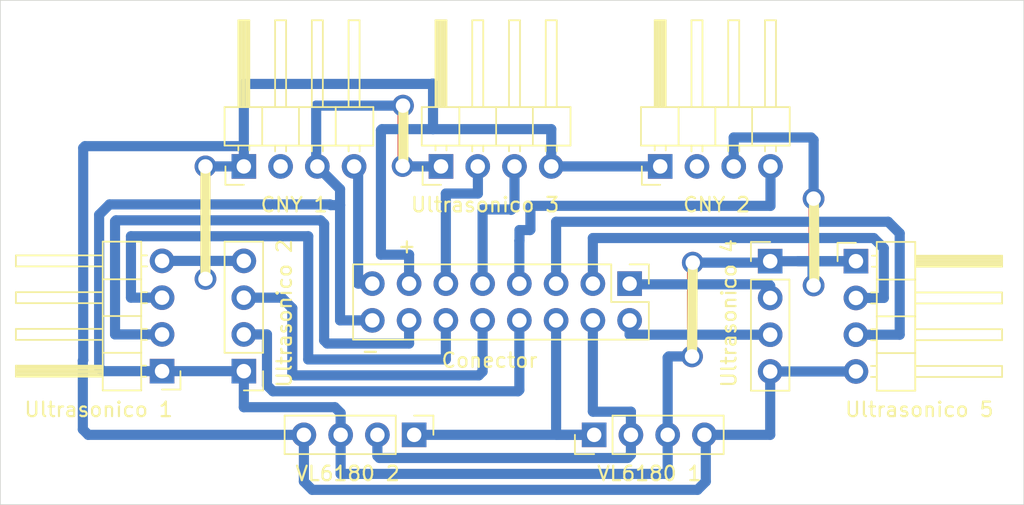
<source format=kicad_pcb>
(kicad_pcb (version 20240108) (generator "pcbnew") (generator_version "8.0")
  (layers (0 "F.Cu" signal) (31 "B.Cu" signal) (34 "B.Paste" user) (35 "F.Paste" user) (36 "B.SilkS" user "B.Silkscreen") (37 "F.SilkS" user "F.Silkscreen") (38 "B.Mask" user) (39 "F.Mask" user) (44 "Edge.Cuts" user))
  (net 0 "")
  (net 2 "GND")
  (net 3 "+5V")
  (net 5 "CNY 1")
  (net 6 "CNY 2")
  (net 7 "TRIG 3")
  (net 8 "ECHO 5")
  (net 9 "ECHO 2")
  (net 10 "TRIG 1")
  (net 11 "ECHO 1")
  (net 12 "TRIG 5")
  (net 13 "TRIG 2")
  (net 14 "ECHO 3")
  (net 15 "ECHO 4")
  (net 16 "TRIG 4")
  (net 17 "SCL")
  (net 18 "SDA")
  (footprint "Connector_PinHeader_2.54mm:PinHeader_2x08_P2.54mm_Vertical" (layer "F.Cu") (at 177.985 67.175 -90)
    (property "Reference" "Conector" (at 5.3 9.685 180) (layer "F.SilkS"))
    (property "Value" "Conexion Sensores")
    (fp_line (start -1.33 19.11) (end 3.87 19.11) (stroke (width 0.12)) (layer "F.SilkS"))
    (fp_line (start -1.33 1.27) (end -1.33 19.11) (stroke (width 0.12)) (layer "F.SilkS"))
    (fp_line (start -1.33 1.27) (end 1.27 1.27) (stroke (width 0.12)) (layer "F.SilkS"))
    (fp_line (start 1.27 1.27) (end 1.27 -1.33) (stroke (width 0.12)) (layer "F.SilkS"))
    (fp_line (start -1.33 0) (end -1.33 -1.33) (stroke (width 0.12)) (layer "F.SilkS"))
    (fp_line (start -1.33 -1.33) (end 0 -1.33) (stroke (width 0.12)) (layer "F.SilkS"))
    (fp_line (start 1.27 -1.33) (end 3.87 -1.33) (stroke (width 0.12)) (layer "F.SilkS"))
    (fp_line (start 3.87 -1.33) (end 3.87 19.11) (stroke (width 0.12)) (layer "F.SilkS"))
    (pad "1" thru_hole rect (at 0 0 270) (size 1.7 1.7) (drill 1) (layers "*.Cu" "*.Mask") (net 15 "ECHO 4"))
    (pad "2" thru_hole oval (at 2.54 0 270) (size 1.7 1.7) (drill 1) (layers "*.Cu" "*.Mask") (net 16 "TRIG 4"))
    (pad "3" thru_hole oval (at 0 2.54 270) (size 1.7 1.7) (drill 1) (layers "*.Cu" "*.Mask") (net 8 "ECHO 5"))
    (pad "4" thru_hole oval (at 2.54 2.54 270) (size 1.7 1.7) (drill 1) (layers "*.Cu" "*.Mask") (net 17 "SCL"))
    (pad "5" thru_hole oval (at 0 5.08 270) (size 1.7 1.7) (drill 1) (layers "*.Cu" "*.Mask") (net 12 "TRIG 5"))
    (pad "6" thru_hole oval (at 2.54 5.08 270) (size 1.7 1.7) (drill 1) (layers "*.Cu" "*.Mask") (net 18 "SDA"))
    (pad "7" thru_hole oval (at 0 7.62 270) (size 1.7 1.7) (drill 1) (layers "*.Cu" "*.Mask") (net 6 "CNY 2"))
    (pad "8" thru_hole oval (at 2.54 7.62 270) (size 1.7 1.7) (drill 1) (layers "*.Cu" "*.Mask") (net 9 "ECHO 2"))
    (pad "9" thru_hole oval (at 0 10.16 270) (size 1.7 1.7) (drill 1) (layers "*.Cu" "*.Mask") (net 7 "TRIG 3"))
    (pad "10" thru_hole oval (at 2.54 10.16 270) (size 1.7 1.7) (drill 1) (layers "*.Cu" "*.Mask") (net 13 "TRIG 2"))
    (pad "11" thru_hole oval (at 0 12.7 270) (size 1.7 1.7) (drill 1) (layers "*.Cu" "*.Mask") (net 14 "ECHO 3"))
    (pad "12" thru_hole oval (at 2.54 12.7 270) (size 1.7 1.7) (drill 1) (layers "*.Cu" "*.Mask") (net 10 "TRIG 1"))
    (pad "13" thru_hole oval (at 0 15.24 270) (size 1.7 1.7) (drill 1) (layers "*.Cu" "*.Mask") (net 3 "+5V"))
    (pad "14" thru_hole oval (at 2.54 15.24 270) (size 1.7 1.7) (drill 1) (layers "*.Cu" "*.Mask") (net 11 "ECHO 1"))
    (pad "15" thru_hole oval (at 0 17.78 270) (size 1.7 1.7) (drill 1) (layers "*.Cu" "*.Mask") (net 5 "CNY 1"))
    (pad "16" thru_hole oval (at 2.54 17.78 270) (size 1.7 1.7) (drill 1) (layers "*.Cu" "*.Mask") (net 2 "GND"))
  )
  (footprint "Connector_PinHeader_2.54mm:PinHeader_1x04_P2.54mm_Horizontal" (layer "F.Cu") (at 193.625 65.625)
    (property "Reference" "Ultrasonico 5" (at 4.385 10.25 0) (layer "F.SilkS"))
    (property "Value" "ULTRASONICO5")
    (fp_line (start -1.27 -1.27) (end 0 -1.27) (stroke (width 0.12)) (layer "F.SilkS"))
    (fp_line (start -1.27 0) (end -1.27 -1.27) (stroke (width 0.12)) (layer "F.SilkS"))
    (fp_line (start 1.042929 2.16) (end 1.44 2.16) (stroke (width 0.12)) (layer "F.SilkS"))
    (fp_line (start 1.042929 2.92) (end 1.44 2.92) (stroke (width 0.12)) (layer "F.SilkS"))
    (fp_line (start 1.042929 4.7) (end 1.44 4.7) (stroke (width 0.12)) (layer "F.SilkS"))
    (fp_line (start 1.042929 5.46) (end 1.44 5.46) (stroke (width 0.12)) (layer "F.SilkS"))
    (fp_line (start 1.042929 7.24) (end 1.44 7.24) (stroke (width 0.12)) (layer "F.SilkS"))
    (fp_line (start 1.042929 8) (end 1.44 8) (stroke (width 0.12)) (layer "F.SilkS"))
    (fp_line (start 1.11 -0.38) (end 1.44 -0.38) (stroke (width 0.12)) (layer "F.SilkS"))
    (fp_line (start 1.11 0.38) (end 1.44 0.38) (stroke (width 0.12)) (layer "F.SilkS"))
    (fp_line (start 1.44 -1.33) (end 1.44 8.95) (stroke (width 0.12)) (layer "F.SilkS"))
    (fp_line (start 1.44 1.27) (end 4.1 1.27) (stroke (width 0.12)) (layer "F.SilkS"))
    (fp_line (start 1.44 3.81) (end 4.1 3.81) (stroke (width 0.12)) (layer "F.SilkS"))
    (fp_line (start 1.44 6.35) (end 4.1 6.35) (stroke (width 0.12)) (layer "F.SilkS"))
    (fp_line (start 1.44 8.95) (end 4.1 8.95) (stroke (width 0.12)) (layer "F.SilkS"))
    (fp_line (start 4.1 -1.33) (end 1.44 -1.33) (stroke (width 0.12)) (layer "F.SilkS"))
    (fp_line (start 4.1 -0.38) (end 10.1 -0.38) (stroke (width 0.12)) (layer "F.SilkS"))
    (fp_line (start 4.1 -0.32) (end 10.1 -0.32) (stroke (width 0.12)) (layer "F.SilkS"))
    (fp_line (start 4.1 -0.2) (end 10.1 -0.2) (stroke (width 0.12)) (layer "F.SilkS"))
    (fp_line (start 4.1 -0.08) (end 10.1 -0.08) (stroke (width 0.12)) (layer "F.SilkS"))
    (fp_line (start 4.1 0.04) (end 10.1 0.04) (stroke (width 0.12)) (layer "F.SilkS"))
    (fp_line (start 4.1 0.16) (end 10.1 0.16) (stroke (width 0.12)) (layer "F.SilkS"))
    (fp_line (start 4.1 0.28) (end 10.1 0.28) (stroke (width 0.12)) (layer "F.SilkS"))
    (fp_line (start 4.1 2.16) (end 10.1 2.16) (stroke (width 0.12)) (layer "F.SilkS"))
    (fp_line (start 4.1 4.7) (end 10.1 4.7) (stroke (width 0.12)) (layer "F.SilkS"))
    (fp_line (start 4.1 7.24) (end 10.1 7.24) (stroke (width 0.12)) (layer "F.SilkS"))
    (fp_line (start 4.1 8.95) (end 4.1 -1.33) (stroke (width 0.12)) (layer "F.SilkS"))
    (fp_line (start 10.1 -0.38) (end 10.1 0.38) (stroke (width 0.12)) (layer "F.SilkS"))
    (fp_line (start 10.1 0.38) (end 4.1 0.38) (stroke (width 0.12)) (layer "F.SilkS"))
    (fp_line (start 10.1 2.16) (end 10.1 2.92) (stroke (width 0.12)) (layer "F.SilkS"))
    (fp_line (start 10.1 2.92) (end 4.1 2.92) (stroke (width 0.12)) (layer "F.SilkS"))
    (fp_line (start 10.1 4.7) (end 10.1 5.46) (stroke (width 0.12)) (layer "F.SilkS"))
    (fp_line (start 10.1 5.46) (end 4.1 5.46) (stroke (width 0.12)) (layer "F.SilkS"))
    (fp_line (start 10.1 7.24) (end 10.1 8) (stroke (width 0.12)) (layer "F.SilkS"))
    (fp_line (start 10.1 8) (end 4.1 8) (stroke (width 0.12)) (layer "F.SilkS"))
    (pad "1" thru_hole rect (at 0 0) (size 1.7 1.7) (drill 1) (layers "*.Cu" "*.Mask") (net 2 "GND"))
    (pad "2" thru_hole oval (at 0 2.54) (size 1.7 1.7) (drill 1) (layers "*.Cu" "*.Mask") (net 8 "ECHO 5"))
    (pad "3" thru_hole oval (at 0 5.08) (size 1.7 1.7) (drill 1) (layers "*.Cu" "*.Mask") (net 12 "TRIG 5"))
    (pad "4" thru_hole oval (at 0 7.62) (size 1.7 1.7) (drill 1) (layers "*.Cu" "*.Mask") (net 3 "+5V"))
  )
  (footprint "Connector_PinHeader_2.54mm:PinHeader_1x04_P2.54mm_Vertical" (layer "F.Cu") (at 163.095 77.625 -90)
    (property "Reference" "VL6180 2" (at 2.675 4.595 180) (layer "F.SilkS"))
    (property "Value" "VL6180 2")
    (fp_line (start -1.33 8.95) (end 1.33 8.95) (stroke (width 0.12)) (layer "F.SilkS"))
    (fp_line (start -1.33 1.27) (end -1.33 8.95) (stroke (width 0.12)) (layer "F.SilkS"))
    (fp_line (start -1.33 1.27) (end 1.33 1.27) (stroke (width 0.12)) (layer "F.SilkS"))
    (fp_line (start 1.33 1.27) (end 1.33 8.95) (stroke (width 0.12)) (layer "F.SilkS"))
    (fp_line (start -1.33 0) (end -1.33 -1.33) (stroke (width 0.12)) (layer "F.SilkS"))
    (fp_line (start -1.33 -1.33) (end 0 -1.33) (stroke (width 0.12)) (layer "F.SilkS"))
    (pad "1" thru_hole rect (at 0 0 270) (size 1.7 1.7) (drill 1) (layers "*.Cu" "*.Mask") (net 18 "SDA"))
    (pad "2" thru_hole oval (at 0 2.54 270) (size 1.7 1.7) (drill 1) (layers "*.Cu" "*.Mask") (net 17 "SCL"))
    (pad "3" thru_hole oval (at 0 5.08 270) (size 1.7 1.7) (drill 1) (layers "*.Cu" "*.Mask") (net 2 "GND"))
    (pad "4" thru_hole oval (at 0 7.62 270) (size 1.7 1.7) (drill 1) (layers "*.Cu" "*.Mask") (net 3 "+5V"))
  )
  (footprint "Connector_PinHeader_2.54mm:PinHeader_1x04_P2.54mm_Horizontal" (layer "F.Cu") (at 145.675 73.225 180)
    (property "Reference" "Ultrasonico 1" (at 4.385 -2.65 180) (layer "F.SilkS"))
    (property "Value" "ULTRASONICO1")
    (fp_line (start 10.1 8) (end 4.1 8) (stroke (width 0.12)) (layer "F.SilkS"))
    (fp_line (start 10.1 7.24) (end 10.1 8) (stroke (width 0.12)) (layer "F.SilkS"))
    (fp_line (start 10.1 5.46) (end 4.1 5.46) (stroke (width 0.12)) (layer "F.SilkS"))
    (fp_line (start 10.1 4.7) (end 10.1 5.46) (stroke (width 0.12)) (layer "F.SilkS"))
    (fp_line (start 10.1 2.92) (end 4.1 2.92) (stroke (width 0.12)) (layer "F.SilkS"))
    (fp_line (start 10.1 2.16) (end 10.1 2.92) (stroke (width 0.12)) (layer "F.SilkS"))
    (fp_line (start 10.1 0.38) (end 4.1 0.38) (stroke (width 0.12)) (layer "F.SilkS"))
    (fp_line (start 10.1 -0.38) (end 10.1 0.38) (stroke (width 0.12)) (layer "F.SilkS"))
    (fp_line (start 4.1 8.95) (end 4.1 -1.33) (stroke (width 0.12)) (layer "F.SilkS"))
    (fp_line (start 4.1 7.24) (end 10.1 7.24) (stroke (width 0.12)) (layer "F.SilkS"))
    (fp_line (start 4.1 4.7) (end 10.1 4.7) (stroke (width 0.12)) (layer "F.SilkS"))
    (fp_line (start 4.1 2.16) (end 10.1 2.16) (stroke (width 0.12)) (layer "F.SilkS"))
    (fp_line (start 4.1 0.28) (end 10.1 0.28) (stroke (width 0.12)) (layer "F.SilkS"))
    (fp_line (start 4.1 0.16) (end 10.1 0.16) (stroke (width 0.12)) (layer "F.SilkS"))
    (fp_line (start 4.1 0.04) (end 10.1 0.04) (stroke (width 0.12)) (layer "F.SilkS"))
    (fp_line (start 4.1 -0.08) (end 10.1 -0.08) (stroke (width 0.12)) (layer "F.SilkS"))
    (fp_line (start 4.1 -0.2) (end 10.1 -0.2) (stroke (width 0.12)) (layer "F.SilkS"))
    (fp_line (start 4.1 -0.32) (end 10.1 -0.32) (stroke (width 0.12)) (layer "F.SilkS"))
    (fp_line (start 4.1 -0.38) (end 10.1 -0.38) (stroke (width 0.12)) (layer "F.SilkS"))
    (fp_line (start 4.1 -1.33) (end 1.44 -1.33) (stroke (width 0.12)) (layer "F.SilkS"))
    (fp_line (start 1.44 8.95) (end 4.1 8.95) (stroke (width 0.12)) (layer "F.SilkS"))
    (fp_line (start 1.44 6.35) (end 4.1 6.35) (stroke (width 0.12)) (layer "F.SilkS"))
    (fp_line (start 1.44 3.81) (end 4.1 3.81) (stroke (width 0.12)) (layer "F.SilkS"))
    (fp_line (start 1.44 1.27) (end 4.1 1.27) (stroke (width 0.12)) (layer "F.SilkS"))
    (fp_line (start 1.44 -1.33) (end 1.44 8.95) (stroke (width 0.12)) (layer "F.SilkS"))
    (fp_line (start 1.11 0.38) (end 1.44 0.38) (stroke (width 0.12)) (layer "F.SilkS"))
    (fp_line (start 1.11 -0.38) (end 1.44 -0.38) (stroke (width 0.12)) (layer "F.SilkS"))
    (fp_line (start 1.042929 8) (end 1.44 8) (stroke (width 0.12)) (layer "F.SilkS"))
    (fp_line (start 1.042929 7.24) (end 1.44 7.24) (stroke (width 0.12)) (layer "F.SilkS"))
    (fp_line (start 1.042929 5.46) (end 1.44 5.46) (stroke (width 0.12)) (layer "F.SilkS"))
    (fp_line (start 1.042929 4.7) (end 1.44 4.7) (stroke (width 0.12)) (layer "F.SilkS"))
    (fp_line (start 1.042929 2.92) (end 1.44 2.92) (stroke (width 0.12)) (layer "F.SilkS"))
    (fp_line (start 1.042929 2.16) (end 1.44 2.16) (stroke (width 0.12)) (layer "F.SilkS"))
    (fp_line (start -1.27 0) (end -1.27 -1.27) (stroke (width 0.12)) (layer "F.SilkS"))
    (fp_line (start -1.27 -1.27) (end 0 -1.27) (stroke (width 0.12)) (layer "F.SilkS"))
    (pad "1" thru_hole rect (at 0 0 180) (size 1.7 1.7) (drill 1) (layers "*.Cu" "*.Mask") (net 2 "GND"))
    (pad "2" thru_hole oval (at 0 2.54 180) (size 1.7 1.7) (drill 1) (layers "*.Cu" "*.Mask") (net 11 "ECHO 1"))
    (pad "3" thru_hole oval (at 0 5.08 180) (size 1.7 1.7) (drill 1) (layers "*.Cu" "*.Mask") (net 10 "TRIG 1"))
    (pad "4" thru_hole oval (at 0 7.62 180) (size 1.7 1.7) (drill 1) (layers "*.Cu" "*.Mask") (net 3 "+5V"))
  )
  (footprint "Connector_PinHeader_2.54mm:PinHeader_1x04_P2.54mm_Horizontal" (layer "F.Cu") (at 164.95 59.075 90)
    (property "Reference" "Ultrasonico 3" (at -2.65 3.05 0) (layer "F.SilkS"))
    (property "Value" "ULTRASONICO3")
    (fp_line (start 4.1 -1.33) (end 1.44 -1.33) (stroke (width 0.12)) (layer "F.SilkS"))
    (fp_line (start 1.44 -1.33) (end 1.44 8.95) (stroke (width 0.12)) (layer "F.SilkS"))
    (fp_line (start -1.27 -1.27) (end 0 -1.27) (stroke (width 0.12)) (layer "F.SilkS"))
    (fp_line (start 10.1 -0.38) (end 10.1 0.38) (stroke (width 0.12)) (layer "F.SilkS"))
    (fp_line (start 4.1 -0.38) (end 10.1 -0.38) (stroke (width 0.12)) (layer "F.SilkS"))
    (fp_line (start 1.11 -0.38) (end 1.44 -0.38) (stroke (width 0.12)) (layer "F.SilkS"))
    (fp_line (start 4.1 -0.32) (end 10.1 -0.32) (stroke (width 0.12)) (layer "F.SilkS"))
    (fp_line (start 4.1 -0.2) (end 10.1 -0.2) (stroke (width 0.12)) (layer "F.SilkS"))
    (fp_line (start 4.1 -0.08) (end 10.1 -0.08) (stroke (width 0.12)) (layer "F.SilkS"))
    (fp_line (start -1.27 0) (end -1.27 -1.27) (stroke (width 0.12)) (layer "F.SilkS"))
    (fp_line (start 4.1 0.04) (end 10.1 0.04) (stroke (width 0.12)) (layer "F.SilkS"))
    (fp_line (start 4.1 0.16) (end 10.1 0.16) (stroke (width 0.12)) (layer "F.SilkS"))
    (fp_line (start 4.1 0.28) (end 10.1 0.28) (stroke (width 0.12)) (layer "F.SilkS"))
    (fp_line (start 10.1 0.38) (end 4.1 0.38) (stroke (width 0.12)) (layer "F.SilkS"))
    (fp_line (start 1.11 0.38) (end 1.44 0.38) (stroke (width 0.12)) (layer "F.SilkS"))
    (fp_line (start 1.44 1.27) (end 4.1 1.27) (stroke (width 0.12)) (layer "F.SilkS"))
    (fp_line (start 10.1 2.16) (end 10.1 2.92) (stroke (width 0.12)) (layer "F.SilkS"))
    (fp_line (start 4.1 2.16) (end 10.1 2.16) (stroke (width 0.12)) (layer "F.SilkS"))
    (fp_line (start 1.042929 2.16) (end 1.44 2.16) (stroke (width 0.12)) (layer "F.SilkS"))
    (fp_line (start 10.1 2.92) (end 4.1 2.92) (stroke (width 0.12)) (layer "F.SilkS"))
    (fp_line (start 1.042929 2.92) (end 1.44 2.92) (stroke (width 0.12)) (layer "F.SilkS"))
    (fp_line (start 1.44 3.81) (end 4.1 3.81) (stroke (width 0.12)) (layer "F.SilkS"))
    (fp_line (start 10.1 4.7) (end 10.1 5.46) (stroke (width 0.12)) (layer "F.SilkS"))
    (fp_line (start 4.1 4.7) (end 10.1 4.7) (stroke (width 0.12)) (layer "F.SilkS"))
    (fp_line (start 1.042929 4.7) (end 1.44 4.7) (stroke (width 0.12)) (layer "F.SilkS"))
    (fp_line (start 10.1 5.46) (end 4.1 5.46) (stroke (width 0.12)) (layer "F.SilkS"))
    (fp_line (start 1.042929 5.46) (end 1.44 5.46) (stroke (width 0.12)) (layer "F.SilkS"))
    (fp_line (start 1.44 6.35) (end 4.1 6.35) (stroke (width 0.12)) (layer "F.SilkS"))
    (fp_line (start 10.1 7.24) (end 10.1 8) (stroke (width 0.12)) (layer "F.SilkS"))
    (fp_line (start 4.1 7.24) (end 10.1 7.24) (stroke (width 0.12)) (layer "F.SilkS"))
    (fp_line (start 1.042929 7.24) (end 1.44 7.24) (stroke (width 0.12)) (layer "F.SilkS"))
    (fp_line (start 10.1 8) (end 4.1 8) (stroke (width 0.12)) (layer "F.SilkS"))
    (fp_line (start 1.042929 8) (end 1.44 8) (stroke (width 0.12)) (layer "F.SilkS"))
    (fp_line (start 4.1 8.95) (end 4.1 -1.33) (stroke (width 0.12)) (layer "F.SilkS"))
    (fp_line (start 1.44 8.95) (end 4.1 8.95) (stroke (width 0.12)) (layer "F.SilkS"))
    (pad "1" thru_hole rect (at 0 0 90) (size 1.7 1.7) (drill 1) (layers "*.Cu" "*.Mask") (net 2 "GND"))
    (pad "2" thru_hole oval (at 0 2.54 90) (size 1.7 1.7) (drill 1) (layers "*.Cu" "*.Mask") (net 14 "ECHO 3"))
    (pad "3" thru_hole oval (at 0 5.08 90) (size 1.7 1.7) (drill 1) (layers "*.Cu" "*.Mask") (net 7 "TRIG 3"))
    (pad "4" thru_hole oval (at 0 7.62 90) (size 1.7 1.7) (drill 1) (layers "*.Cu" "*.Mask") (net 3 "+5V"))
  )
  (footprint "Connector_PinHeader_2.54mm:PinHeader_1x04_P2.54mm_Horizontal" (layer "F.Cu") (at 180.1 59.075 90)
    (property "Reference" "CNY 2" (at -2.65 3.9 180) (layer "F.SilkS"))
    (property "Value" "CNY2")
    (fp_line (start 4.1 -1.33) (end 1.44 -1.33) (stroke (width 0.12)) (layer "F.SilkS"))
    (fp_line (start 1.44 -1.33) (end 1.44 8.95) (stroke (width 0.12)) (layer "F.SilkS"))
    (fp_line (start -1.27 -1.27) (end 0 -1.27) (stroke (width 0.12)) (layer "F.SilkS"))
    (fp_line (start 10.1 -0.38) (end 10.1 0.38) (stroke (width 0.12)) (layer "F.SilkS"))
    (fp_line (start 4.1 -0.38) (end 10.1 -0.38) (stroke (width 0.12)) (layer "F.SilkS"))
    (fp_line (start 1.11 -0.38) (end 1.44 -0.38) (stroke (width 0.12)) (layer "F.SilkS"))
    (fp_line (start 4.1 -0.32) (end 10.1 -0.32) (stroke (width 0.12)) (layer "F.SilkS"))
    (fp_line (start 4.1 -0.2) (end 10.1 -0.2) (stroke (width 0.12)) (layer "F.SilkS"))
    (fp_line (start 4.1 -0.08) (end 10.1 -0.08) (stroke (width 0.12)) (layer "F.SilkS"))
    (fp_line (start -1.27 0) (end -1.27 -1.27) (stroke (width 0.12)) (layer "F.SilkS"))
    (fp_line (start 4.1 0.04) (end 10.1 0.04) (stroke (width 0.12)) (layer "F.SilkS"))
    (fp_line (start 4.1 0.16) (end 10.1 0.16) (stroke (width 0.12)) (layer "F.SilkS"))
    (fp_line (start 4.1 0.28) (end 10.1 0.28) (stroke (width 0.12)) (layer "F.SilkS"))
    (fp_line (start 10.1 0.38) (end 4.1 0.38) (stroke (width 0.12)) (layer "F.SilkS"))
    (fp_line (start 1.11 0.38) (end 1.44 0.38) (stroke (width 0.12)) (layer "F.SilkS"))
    (fp_line (start 1.44 1.27) (end 4.1 1.27) (stroke (width 0.12)) (layer "F.SilkS"))
    (fp_line (start 10.1 2.16) (end 10.1 2.92) (stroke (width 0.12)) (layer "F.SilkS"))
    (fp_line (start 4.1 2.16) (end 10.1 2.16) (stroke (width 0.12)) (layer "F.SilkS"))
    (fp_line (start 1.042929 2.16) (end 1.44 2.16) (stroke (width 0.12)) (layer "F.SilkS"))
    (fp_line (start 10.1 2.92) (end 4.1 2.92) (stroke (width 0.12)) (layer "F.SilkS"))
    (fp_line (start 1.042929 2.92) (end 1.44 2.92) (stroke (width 0.12)) (layer "F.SilkS"))
    (fp_line (start 1.44 3.81) (end 4.1 3.81) (stroke (width 0.12)) (layer "F.SilkS"))
    (fp_line (start 10.1 4.7) (end 10.1 5.46) (stroke (width 0.12)) (layer "F.SilkS"))
    (fp_line (start 4.1 4.7) (end 10.1 4.7) (stroke (width 0.12)) (layer "F.SilkS"))
    (fp_line (start 1.042929 4.7) (end 1.44 4.7) (stroke (width 0.12)) (layer "F.SilkS"))
    (fp_line (start 10.1 5.46) (end 4.1 5.46) (stroke (width 0.12)) (layer "F.SilkS"))
    (fp_line (start 1.042929 5.46) (end 1.44 5.46) (stroke (width 0.12)) (layer "F.SilkS"))
    (fp_line (start 1.44 6.35) (end 4.1 6.35) (stroke (width 0.12)) (layer "F.SilkS"))
    (fp_line (start 10.1 7.24) (end 10.1 8) (stroke (width 0.12)) (layer "F.SilkS"))
    (fp_line (start 4.1 7.24) (end 10.1 7.24) (stroke (width 0.12)) (layer "F.SilkS"))
    (fp_line (start 1.042929 7.24) (end 1.44 7.24) (stroke (width 0.12)) (layer "F.SilkS"))
    (fp_line (start 10.1 8) (end 4.1 8) (stroke (width 0.12)) (layer "F.SilkS"))
    (fp_line (start 1.042929 8) (end 1.44 8) (stroke (width 0.12)) (layer "F.SilkS"))
    (fp_line (start 4.1 8.95) (end 4.1 -1.33) (stroke (width 0.12)) (layer "F.SilkS"))
    (fp_line (start 1.44 8.95) (end 4.1 8.95) (stroke (width 0.12)) (layer "F.SilkS"))
    (pad "1" thru_hole rect (at 0 0 90) (size 1.7 1.7) (drill 1) (layers "*.Cu" "*.Mask") (net 3 "+5V"))
    (pad "2" thru_hole oval (at 0 2.54 90) (size 1.7 1.7) (drill 1) (layers "*.Cu" "*.Mask"))
    (pad "3" thru_hole oval (at 0 5.08 90) (size 1.7 1.7) (drill 1) (layers "*.Cu" "*.Mask") (net 2 "GND"))
    (pad "4" thru_hole oval (at 0 7.62 90) (size 1.7 1.7) (drill 1) (layers "*.Cu" "*.Mask") (net 6 "CNY 2"))
  )
  (footprint "Connector_PinHeader_2.54mm:PinHeader_1x04_P2.54mm_Vertical" (layer "F.Cu") (at 151.325 73.225 180)
    (property "Reference" "Ultrasonico 2" (at -2.8 4 -90) (layer "F.SilkS"))
    (property "Value" "ULTRASONICO2")
    (fp_line (start 1.33 1.27) (end 1.33 8.95) (stroke (width 0.12)) (layer "F.SilkS"))
    (fp_line (start -1.33 8.95) (end 1.33 8.95) (stroke (width 0.12)) (layer "F.SilkS"))
    (fp_line (start -1.33 1.27) (end 1.33 1.27) (stroke (width 0.12)) (layer "F.SilkS"))
    (fp_line (start -1.33 1.27) (end -1.33 8.95) (stroke (width 0.12)) (layer "F.SilkS"))
    (fp_line (start -1.33 0) (end -1.33 -1.33) (stroke (width 0.12)) (layer "F.SilkS"))
    (fp_line (start -1.33 -1.33) (end 0 -1.33) (stroke (width 0.12)) (layer "F.SilkS"))
    (pad "1" thru_hole rect (at 0 0 180) (size 1.7 1.7) (drill 1) (layers "*.Cu" "*.Mask") (net 2 "GND"))
    (pad "2" thru_hole oval (at 0 2.54 180) (size 1.7 1.7) (drill 1) (layers "*.Cu" "*.Mask") (net 9 "ECHO 2"))
    (pad "3" thru_hole oval (at 0 5.08 180) (size 1.7 1.7) (drill 1) (layers "*.Cu" "*.Mask") (net 13 "TRIG 2"))
    (pad "4" thru_hole oval (at 0 7.62 180) (size 1.7 1.7) (drill 1) (layers "*.Cu" "*.Mask") (net 3 "+5V"))
  )
  (footprint "Connector_PinHeader_2.54mm:PinHeader_1x04_P2.54mm_Vertical" (layer "F.Cu") (at 187.7 65.625)
    (property "Reference" "Ultrasonico 4" (at -2.85 3.6 -90) (layer "F.SilkS"))
    (property "Value" "ULTRASONICO4")
    (fp_line (start -1.33 -1.33) (end 0 -1.33) (stroke (width 0.12)) (layer "F.SilkS"))
    (fp_line (start -1.33 0) (end -1.33 -1.33) (stroke (width 0.12)) (layer "F.SilkS"))
    (fp_line (start -1.33 1.27) (end -1.33 8.95) (stroke (width 0.12)) (layer "F.SilkS"))
    (fp_line (start -1.33 1.27) (end 1.33 1.27) (stroke (width 0.12)) (layer "F.SilkS"))
    (fp_line (start -1.33 8.95) (end 1.33 8.95) (stroke (width 0.12)) (layer "F.SilkS"))
    (fp_line (start 1.33 1.27) (end 1.33 8.95) (stroke (width 0.12)) (layer "F.SilkS"))
    (pad "1" thru_hole rect (at 0 0) (size 1.7 1.7) (drill 1) (layers "*.Cu" "*.Mask") (net 2 "GND"))
    (pad "2" thru_hole oval (at 0 2.54) (size 1.7 1.7) (drill 1) (layers "*.Cu" "*.Mask") (net 15 "ECHO 4"))
    (pad "3" thru_hole oval (at 0 5.08) (size 1.7 1.7) (drill 1) (layers "*.Cu" "*.Mask") (net 16 "TRIG 4"))
    (pad "4" thru_hole oval (at 0 7.62) (size 1.7 1.7) (drill 1) (layers "*.Cu" "*.Mask") (net 3 "+5V"))
  )
  (footprint "Connector_PinHeader_2.54mm:PinHeader_1x04_P2.54mm_Horizontal" (layer "F.Cu") (at 151.325 59.075 90)
    (property "Reference" "CNY 1" (at -2.65 3.475 0) (layer "F.SilkS"))
    (property "Value" "CNY1")
    (fp_line (start 4.1 -1.33) (end 1.44 -1.33) (stroke (width 0.12)) (layer "F.SilkS"))
    (fp_line (start 1.44 -1.33) (end 1.44 8.95) (stroke (width 0.12)) (layer "F.SilkS"))
    (fp_line (start -1.27 -1.27) (end 0 -1.27) (stroke (width 0.12)) (layer "F.SilkS"))
    (fp_line (start 10.1 -0.38) (end 10.1 0.38) (stroke (width 0.12)) (layer "F.SilkS"))
    (fp_line (start 4.1 -0.38) (end 10.1 -0.38) (stroke (width 0.12)) (layer "F.SilkS"))
    (fp_line (start 1.11 -0.38) (end 1.44 -0.38) (stroke (width 0.12)) (layer "F.SilkS"))
    (fp_line (start 4.1 -0.32) (end 10.1 -0.32) (stroke (width 0.12)) (layer "F.SilkS"))
    (fp_line (start 4.1 -0.2) (end 10.1 -0.2) (stroke (width 0.12)) (layer "F.SilkS"))
    (fp_line (start 4.1 -0.08) (end 10.1 -0.08) (stroke (width 0.12)) (layer "F.SilkS"))
    (fp_line (start -1.27 0) (end -1.27 -1.27) (stroke (width 0.12)) (layer "F.SilkS"))
    (fp_line (start 4.1 0.04) (end 10.1 0.04) (stroke (width 0.12)) (layer "F.SilkS"))
    (fp_line (start 4.1 0.16) (end 10.1 0.16) (stroke (width 0.12)) (layer "F.SilkS"))
    (fp_line (start 4.1 0.28) (end 10.1 0.28) (stroke (width 0.12)) (layer "F.SilkS"))
    (fp_line (start 10.1 0.38) (end 4.1 0.38) (stroke (width 0.12)) (layer "F.SilkS"))
    (fp_line (start 1.11 0.38) (end 1.44 0.38) (stroke (width 0.12)) (layer "F.SilkS"))
    (fp_line (start 1.44 1.27) (end 4.1 1.27) (stroke (width 0.12)) (layer "F.SilkS"))
    (fp_line (start 10.1 2.16) (end 10.1 2.92) (stroke (width 0.12)) (layer "F.SilkS"))
    (fp_line (start 4.1 2.16) (end 10.1 2.16) (stroke (width 0.12)) (layer "F.SilkS"))
    (fp_line (start 1.042929 2.16) (end 1.44 2.16) (stroke (width 0.12)) (layer "F.SilkS"))
    (fp_line (start 10.1 2.92) (end 4.1 2.92) (stroke (width 0.12)) (layer "F.SilkS"))
    (fp_line (start 1.042929 2.92) (end 1.44 2.92) (stroke (width 0.12)) (layer "F.SilkS"))
    (fp_line (start 1.44 3.81) (end 4.1 3.81) (stroke (width 0.12)) (layer "F.SilkS"))
    (fp_line (start 10.1 4.7) (end 10.1 5.46) (stroke (width 0.12)) (layer "F.SilkS"))
    (fp_line (start 4.1 4.7) (end 10.1 4.7) (stroke (width 0.12)) (layer "F.SilkS"))
    (fp_line (start 1.042929 4.7) (end 1.44 4.7) (stroke (width 0.12)) (layer "F.SilkS"))
    (fp_line (start 10.1 5.46) (end 4.1 5.46) (stroke (width 0.12)) (layer "F.SilkS"))
    (fp_line (start 1.042929 5.46) (end 1.44 5.46) (stroke (width 0.12)) (layer "F.SilkS"))
    (fp_line (start 1.44 6.35) (end 4.1 6.35) (stroke (width 0.12)) (layer "F.SilkS"))
    (fp_line (start 10.1 7.24) (end 10.1 8) (stroke (width 0.12)) (layer "F.SilkS"))
    (fp_line (start 4.1 7.24) (end 10.1 7.24) (stroke (width 0.12)) (layer "F.SilkS"))
    (fp_line (start 1.042929 7.24) (end 1.44 7.24) (stroke (width 0.12)) (layer "F.SilkS"))
    (fp_line (start 10.1 8) (end 4.1 8) (stroke (width 0.12)) (layer "F.SilkS"))
    (fp_line (start 1.042929 8) (end 1.44 8) (stroke (width 0.12)) (layer "F.SilkS"))
    (fp_line (start 4.1 8.95) (end 4.1 -1.33) (stroke (width 0.12)) (layer "F.SilkS"))
    (fp_line (start 1.44 8.95) (end 4.1 8.95) (stroke (width 0.12)) (layer "F.SilkS"))
    (pad "1" thru_hole rect (at 0 0 90) (size 1.7 1.7) (drill 1) (layers "*.Cu" "*.Mask") (net 3 "+5V"))
    (pad "2" thru_hole oval (at 0 2.54 90) (size 1.7 1.7) (drill 1) (layers "*.Cu" "*.Mask"))
    (pad "3" thru_hole oval (at 0 5.08 90) (size 1.7 1.7) (drill 1) (layers "*.Cu" "*.Mask") (net 2 "GND"))
    (pad "4" thru_hole oval (at 0 7.62 90) (size 1.7 1.7) (drill 1) (layers "*.Cu" "*.Mask") (net 5 "CNY 1"))
  )
  (footprint "Connector_PinHeader_2.54mm:PinHeader_1x04_P2.54mm_Vertical" (layer "F.Cu") (at 175.535 77.625 90)
    (property "Reference" "VL6180 1" (at -2.675 3.815 0) (layer "F.SilkS"))
    (property "Value" "VL6180 1")
    (fp_line (start -1.33 -1.33) (end 0 -1.33) (stroke (width 0.12)) (layer "F.SilkS"))
    (fp_line (start -1.33 0) (end -1.33 -1.33) (stroke (width 0.12)) (layer "F.SilkS"))
    (fp_line (start 1.33 1.27) (end 1.33 8.95) (stroke (width 0.12)) (layer "F.SilkS"))
    (fp_line (start -1.33 1.27) (end 1.33 1.27) (stroke (width 0.12)) (layer "F.SilkS"))
    (fp_line (start -1.33 1.27) (end -1.33 8.95) (stroke (width 0.12)) (layer "F.SilkS"))
    (fp_line (start -1.33 8.95) (end 1.33 8.95) (stroke (width 0.12)) (layer "F.SilkS"))
    (pad "1" thru_hole rect (at 0 0 90) (size 1.7 1.7) (drill 1) (layers "*.Cu" "*.Mask") (net 18 "SDA"))
    (pad "2" thru_hole oval (at 0 2.54 90) (size 1.7 1.7) (drill 1) (layers "*.Cu" "*.Mask") (net 17 "SCL"))
    (pad "3" thru_hole oval (at 0 5.08 90) (size 1.7 1.7) (drill 1) (layers "*.Cu" "*.Mask") (net 2 "GND"))
    (pad "4" thru_hole oval (at 0 7.62 90) (size 1.7 1.7) (drill 1) (layers "*.Cu" "*.Mask") (net 3 "+5V"))
  )
  (gr_line (start 162.35 59.0625) (end 162.35 54.75) (stroke (width 0.7)) (layer "F.SilkS"))
  (gr_line (start 182.3 72.3) (end 182.35 65.65) (stroke (width 0.7)) (layer "F.SilkS"))
  (gr_line (start 190.75 67.3375) (end 190.725 61.225) (stroke (width 0.7)) (layer "F.SilkS"))
  (gr_line (start 148.675 66.925) (end 148.675 59.15) (stroke (width 0.7)) (layer "F.SilkS"))
  (gr_rect (start 134.5 47.6) (end 205.225 82.45) (stroke (width 0.05)) (fill none) (layer "Edge.Cuts"))
  (gr_text "-" (at 159.35 72.4 0) (layer "F.SilkS") (effects (font (size 1 1)) (justify left bottom)))
  (gr_text "+" (at 161.875 65.15 0) (layer "F.SilkS") (effects (font (size 1 1)) (justify left bottom)))
  (segment (start 190.7 67.3) (end 190.7 61.3) (width 0.7) (layer "F.Cu") (net 2))
  (segment (start 182.3 65.775) (end 182.35 65.725) (width 0.7) (layer "F.Cu") (net 2))
  (segment (start 182.3 72.205) (end 182.3 65.775) (width 0.7) (layer "F.Cu") (net 2))
  (segment (start 162.3 54.9) (end 162.325 54.875) (width 0.7) (layer "F.Cu") (net 2))
  (segment (start 162.3 59.05) (end 162.3 54.9) (width 0.7) (layer "F.Cu") (net 2))
  (via (at 190.7 67.3) (size 1.5) (drill 1) (layers "F.Cu" "B.Cu") (net 2))
  (via (at 162.325 54.875) (size 1.5) (drill 1) (layers "F.Cu" "B.Cu") (net 2))
  (via (at 182.35 65.725) (size 1.5) (drill 1) (layers "F.Cu" "B.Cu") (net 2))
  (via (at 190.7 61.3) (size 1.5) (drill 1) (layers "F.Cu" "B.Cu") (net 2))
  (via (at 162.3 59.05) (size 1.5) (drill 1) (layers "F.Cu" "B.Cu") (net 2))
  (via (at 182.3 72.205) (size 1.5) (drill 1) (layers "F.Cu" "B.Cu") (net 2))
  (segment (start 190.625 65.625) (end 189.625 65.625) (width 0.7) (layer "B.Cu") (net 2))
  (segment (start 157.325 61.75) (end 157.275 61.7) (width 0.7) (layer "B.Cu") (net 2))
  (segment (start 156.405 59.075) (end 156.325 58.995) (width 0.7) (layer "B.Cu") (net 2))
  (segment (start 185.18 57.075) (end 185.18 59.075) (width 0.7) (layer "B.Cu") (net 2))
  (segment (start 164.95 59.075) (end 162.325 59.075) (width 0.7) (layer "B.Cu") (net 2))
  (segment (start 190.625 65.625) (end 190.625 67.225) (width 0.7) (layer "B.Cu") (net 2))
  (segment (start 142.044365 61.7) (end 141.325 62.419365) (width 0.7) (layer "B.Cu") (net 2))
  (segment (start 190.7 57.25) (end 190.525 57.075) (width 0.7) (layer "B.Cu") (net 2))
  (segment (start 157.975 61.75) (end 157.325 61.75) (width 0.7) (layer "B.Cu") (net 2))
  (segment (start 157.975 69.715) (end 157.975 61.75) (width 0.7) (layer "B.Cu") (net 2))
  (segment (start 156.325 54.875) (end 162.325 54.875) (width 0.7) (layer "B.Cu") (net 2))
  (segment (start 190.625 67.225) (end 190.7 67.3) (width 0.7) (layer "B.Cu") (net 2))
  (segment (start 158.015 76.115) (end 157.615 75.715) (width 0.7) (layer "B.Cu") (net 2))
  (segment (start 157.975 61.75) (end 157.975 60.645) (width 0.7) (layer "B.Cu") (net 2))
  (segment (start 158.015 77.625) (end 158.015 76.115) (width 0.7) (layer "B.Cu") (net 2))
  (segment (start 151.325 75.715) (end 151.325 73.225) (width 0.7) (layer "B.Cu") (net 2))
  (segment (start 157.615 75.715) (end 151.325 75.715) (width 0.7) (layer "B.Cu") (net 2))
  (segment (start 157.975 60.645) (end 156.405 59.075) (width 0.7) (layer "B.Cu") (net 2))
  (segment (start 145.675 73.225) (end 151.325 73.225) (width 0.7) (layer "B.Cu") (net 2))
  (segment (start 190.525 57.075) (end 185.18 57.075) (width 0.7) (layer "B.Cu") (net 2))
  (segment (start 180.615 77.625) (end 180.615 80.325) (width 0.7) (layer "B.Cu") (net 2))
  (segment (start 180.615 72.285) (end 180.695 72.205) (width 0.7) (layer "B.Cu") (net 2))
  (segment (start 156.325 58.995) (end 156.325 54.875) (width 0.7) (layer "B.Cu") (net 2))
  (segment (start 141.575 73.225) (end 145.675 73.225) (width 0.7) (layer "B.Cu") (net 2))
  (segment (start 157.275 61.7) (end 142.044365 61.7) (width 0.7) (layer "B.Cu") (net 2))
  (segment (start 182.35 65.725) (end 187.6 65.725) (width 0.7) (layer "B.Cu") (net 2))
  (segment (start 190.7 61.3) (end 190.7 57.25) (width 0.7) (layer "B.Cu") (net 2))
  (segment (start 162.325 59.075) (end 162.3 59.05) (width 0.7) (layer "B.Cu") (net 2))
  (segment (start 187.6 65.725) (end 187.7 65.625) (width 0.7) (layer "B.Cu") (net 2))
  (segment (start 141.325 72.925) (end 141.3 72.95) (width 0.7) (layer "B.Cu") (net 2))
  (segment (start 180.615 80.325) (end 158.015 80.325) (width 0.7) (layer "B.Cu") (net 2))
  (segment (start 141.325 62.419365) (end 141.325 72.925) (width 0.7) (layer "B.Cu") (net 2))
  (segment (start 160.205 69.715) (end 157.975 69.715) (width 0.7) (layer "B.Cu") (net 2))
  (segment (start 180.615 77.625) (end 180.615 72.285) (width 0.7) (layer "B.Cu") (net 2))
  (segment (start 158.015 80.325) (end 158.015 77.625) (width 0.7) (layer "B.Cu") (net 2))
  (segment (start 193.625 65.625) (end 187.7 65.625) (width 0.7) (layer "B.Cu") (net 2))
  (segment (start 193.625 65.625) (end 190.625 65.625) (width 0.7) (layer "B.Cu") (net 2))
  (segment (start 180.695 72.205) (end 182.3 72.205) (width 0.7) (layer "B.Cu") (net 2))
  (segment (start 141.3 72.95) (end 141.575 73.225) (width 0.7) (layer "B.Cu") (net 2))
  (segment (start 148.675 66.85) (end 148.675 59.075) (width 0.7) (layer "F.Cu") (net 3))
  (via (at 148.675 59.075) (size 1.5) (drill 1) (layers "F.Cu" "B.Cu") (net 3))
  (via (at 148.675 66.85) (size 1.5) (drill 1) (layers "F.Cu" "B.Cu") (net 3))
  (segment (start 140.35 57.675) (end 151.325 57.675) (width 0.7) (layer "B.Cu") (net 3))
  (segment (start 155.475 80.85) (end 155.475 77.625) (width 0.7) (layer "B.Cu") (net 3))
  (segment (start 148.675 59.075) (end 151.325 59.075) (width 0.7) (layer "B.Cu") (net 3))
  (segment (start 172.57 56.5) (end 172.57 59.075) (width 0.7) (layer "B.Cu") (net 3))
  (segment (start 160.875 56.5) (end 164.4 56.5) (width 0.7) (layer "B.Cu") (net 3))
  (segment (start 162.745 65.17) (end 162.74 65.175) (width 0.7) (layer "B.Cu") (net 3))
  (segment (start 182.675 81.425) (end 156.05 81.425) (width 0.7) (layer "B.Cu") (net 3))
  (segment (start 180.1 59.075) (end 172.57 59.075) (width 0.7) (layer "B.Cu") (net 3))
  (segment (start 145.675 65.605) (end 148.65 65.605) (width 0.7) (layer "B.Cu") (net 3))
  (segment (start 160.8 56.575) (end 160.875 56.5) (width 0.7) (layer "B.Cu") (net 3))
  (segment (start 164.4 53.375) (end 164.4 56.5) (width 0.7) (layer "B.Cu") (net 3))
  (segment (start 183.25 80.85) (end 182.675 81.425) (width 0.7) (layer "B.Cu") (net 3))
  (segment (start 140.2 77.25) (end 140.2 72.494366) (width 0.7) (layer "B.Cu") (net 3))
  (segment (start 187.7 73.245) (end 193.625 73.245) (width 0.7) (layer "B.Cu") (net 3))
  (segment (start 164.35 53.375) (end 164.375 53.35) (width 0.7) (layer "B.Cu") (net 3))
  (segment (start 148.65 66.825) (end 148.675 66.85) (width 0.7) (layer "B.Cu") (net 3))
  (segment (start 162.74 65.175) (end 160.8 65.175) (width 0.7) (layer "B.Cu") (net 3))
  (segment (start 183.25 77.72) (end 183.25 80.85) (width 0.7) (layer "B.Cu") (net 3))
  (segment (start 140.225 57.8) (end 140.35 57.675) (width 0.7) (layer "B.Cu") (net 3))
  (segment (start 155.475 77.625) (end 140.575 77.625) (width 0.7) (layer "B.Cu") (net 3))
  (segment (start 140.575 77.625) (end 140.2 77.25) (width 0.7) (layer "B.Cu") (net 3))
  (segment (start 151.325 57.675) (end 151.325 53.375) (width 0.7) (layer "B.Cu") (net 3))
  (segment (start 148.65 65.605) (end 151.325 65.605) (width 0.7) (layer "B.Cu") (net 3))
  (segment (start 151.325 59.075) (end 151.325 57.675) (width 0.7) (layer "B.Cu") (net 3))
  (segment (start 187.7 73.245) (end 187.7 77.625) (width 0.7) (layer "B.Cu") (net 3))
  (segment (start 183.155 77.625) (end 183.25 77.72) (width 0.7) (layer "B.Cu") (net 3))
  (segment (start 164.4 56.5) (end 172.57 56.5) (width 0.7) (layer "B.Cu") (net 3))
  (segment (start 151.325 53.375) (end 164.35 53.375) (width 0.7) (layer "B.Cu") (net 3))
  (segment (start 156.05 81.425) (end 155.475 80.85) (width 0.7) (layer "B.Cu") (net 3))
  (segment (start 160.8 65.175) (end 160.8 56.575) (width 0.7) (layer "B.Cu") (net 3))
  (segment (start 140.2 72.494366) (end 140.225 72.469366) (width 0.7) (layer "B.Cu") (net 3))
  (segment (start 140.225 72.469366) (end 140.225 57.8) (width 0.7) (layer "B.Cu") (net 3))
  (segment (start 148.65 65.605) (end 148.65 66.825) (width 0.7) (layer "B.Cu") (net 3))
  (segment (start 164.375 53.35) (end 164.4 53.375) (width 0.7) (layer "B.Cu") (net 3))
  (segment (start 187.7 77.625) (end 183.155 77.625) (width 0.7) (layer "B.Cu") (net 3))
  (segment (start 162.745 67.175) (end 162.745 65.17) (width 0.7) (layer "B.Cu") (net 3))
  (segment (start 159.225 67.175) (end 160.205 67.175) (width 0.7) (layer "B.Cu") (net 5))
  (segment (start 159.225 59.355) (end 159.225 67.175) (width 0.7) (layer "B.Cu") (net 5))
  (segment (start 158.945 59.075) (end 159.225 59.355) (width 0.7) (layer "B.Cu") (net 5))
  (segment (start 187.72 61.8) (end 187.72 59.075) (width 0.7) (layer "B.Cu") (net 6))
  (segment (start 171.13 63.445) (end 171.13 61.875) (width 0.7) (layer "B.Cu") (net 6))
  (segment (start 170.365 64.21) (end 170.375 64.2) (width 0.7) (layer "B.Cu") (net 6))
  (segment (start 171.205 61.8) (end 187.72 61.8) (width 0.7) (layer "B.Cu") (net 6))
  (segment (start 170.365 67.175) (end 170.365 64.21) (width 0.7) (layer "B.Cu") (net 6))
  (segment (start 170.375 64.2) (end 170.375 63.475) (width 0.7) (layer "B.Cu") (net 6))
  (segment (start 171.13 61.875) (end 171.205 61.8) (width 0.7) (layer "B.Cu") (net 6))
  (segment (start 171.1 63.475) (end 171.13 63.445) (width 0.7) (layer "B.Cu") (net 6))
  (segment (start 170.375 63.475) (end 171.1 63.475) (width 0.7) (layer "B.Cu") (net 6))
  (segment (start 167.825 62.05) (end 169.775 62.05) (width 0.7) (layer "B.Cu") (net 7))
  (segment (start 167.825 67.175) (end 167.825 62.05) (width 0.7) (layer "B.Cu") (net 7))
  (segment (start 169.8 62.075) (end 170.03 61.845) (width 0.7) (layer "B.Cu") (net 7))
  (segment (start 170.03 61.845) (end 170.03 59.075) (width 0.7) (layer "B.Cu") (net 7))
  (segment (start 169.775 62.05) (end 169.8 62.075) (width 0.7) (layer "B.Cu") (net 7))
  (segment (start 195.55 68.165) (end 193.625 68.165) (width 0.7) (layer "B.Cu") (net 8))
  (segment (start 175.445 64.025) (end 194.85 64.025) (width 0.7) (layer "B.Cu") (net 8))
  (segment (start 175.445 67.175) (end 175.445 64.025) (width 0.7) (layer "B.Cu") (net 8))
  (segment (start 194.85 64.025) (end 195.55 64.725) (width 0.7) (layer "B.Cu") (net 8))
  (segment (start 195.55 64.725) (end 195.55 68.165) (width 0.7) (layer "B.Cu") (net 8))
  (segment (start 170.365 69.715) (end 170.365 74.525) (width 0.7) (layer "B.Cu") (net 9))
  (segment (start 152.925 70.685) (end 151.325 70.685) (width 0.7) (layer "B.Cu") (net 9))
  (segment (start 153.34 74.615) (end 152.925 74.2) (width 0.7) (layer "B.Cu") (net 9))
  (segment (start 170.365 74.525) (end 170.275 74.615) (width 0.7) (layer "B.Cu") (net 9))
  (segment (start 170.275 74.615) (end 153.34 74.615) (width 0.7) (layer "B.Cu") (net 9))
  (segment (start 152.925 74.2) (end 152.925 70.685) (width 0.7) (layer "B.Cu") (net 9))
  (segment (start 143.525 63.9) (end 155.775 63.9) (width 0.7) (layer "B.Cu") (net 10))
  (segment (start 143.525 68.145) (end 143.525 63.9) (width 0.7) (layer "B.Cu") (net 10))
  (segment (start 155.775 72.415) (end 165.285 72.415) (width 0.7) (layer "B.Cu") (net 10))
  (segment (start 165.285 72.415) (end 165.285 69.715) (width 0.7) (layer "B.Cu") (net 10))
  (segment (start 145.675 68.145) (end 143.525 68.145) (width 0.7) (layer "B.Cu") (net 10))
  (segment (start 155.775 63.9) (end 155.775 72.415) (width 0.7) (layer "B.Cu") (net 10))
  (segment (start 157.09 71.315) (end 162.745 71.315) (width 0.7) (layer "B.Cu") (net 11))
  (segment (start 162.745 71.315) (end 162.745 69.715) (width 0.7) (layer "B.Cu") (net 11))
  (segment (start 142.425 70.685) (end 142.425 62.875) (width 0.7) (layer "B.Cu") (net 11))
  (segment (start 145.675 70.685) (end 142.425 70.685) (width 0.7) (layer "B.Cu") (net 11))
  (segment (start 142.425 62.875) (end 142.5 62.8) (width 0.7) (layer "B.Cu") (net 11))
  (segment (start 156.875 63.05) (end 156.875 71.1) (width 0.7) (layer "B.Cu") (net 11))
  (segment (start 156.625 62.8) (end 156.875 63.05) (width 0.7) (layer "B.Cu") (net 11))
  (segment (start 142.5 62.8) (end 156.625 62.8) (width 0.7) (layer "B.Cu") (net 11))
  (segment (start 156.875 71.1) (end 157.09 71.315) (width 0.7) (layer "B.Cu") (net 11))
  (segment (start 193.625 70.705) (end 196.65 70.705) (width 0.7) (layer "B.Cu") (net 12))
  (segment (start 196.65 70.705) (end 196.65 63.7) (width 0.7) (layer "B.Cu") (net 12))
  (segment (start 172.905 62.9) (end 172.905 67.175) (width 0.7) (layer "B.Cu") (net 12))
  (segment (start 195.85 62.9) (end 172.905 62.9) (width 0.7) (layer "B.Cu") (net 12))
  (segment (start 196.65 63.7) (end 195.85 62.9) (width 0.7) (layer "B.Cu") (net 12))
  (segment (start 154.84 73.515) (end 167.56 73.515) (width 0.7) (layer "B.Cu") (net 13))
  (segment (start 153.945 68.145) (end 154.675 68.875) (width 0.7) (layer "B.Cu") (net 13))
  (segment (start 167.825 73.25) (end 167.825 69.715) (width 0.7) (layer "B.Cu") (net 13))
  (segment (start 151.325 68.145) (end 153.945 68.145) (width 0.7) (layer "B.Cu") (net 13))
  (segment (start 167.56 73.515) (end 167.825 73.25) (width 0.7) (layer "B.Cu") (net 13))
  (segment (start 154.675 73.35) (end 154.84 73.515) (width 0.7) (layer "B.Cu") (net 13))
  (segment (start 154.675 68.875) (end 154.675 73.35) (width 0.7) (layer "B.Cu") (net 13))
  (segment (start 167.49 59.075) (end 167.5 59.085) (width 0.7) (layer "B.Cu") (net 14))
  (segment (start 167.5 60.95) (end 165.285 60.95) (width 0.7) (layer "B.Cu") (net 14))
  (segment (start 167.5 59.085) (end 167.5 60.95) (width 0.7) (layer "B.Cu") (net 14))
  (segment (start 165.285 60.95) (end 165.285 67.175) (width 0.7) (layer "B.Cu") (net 14))
  (segment (start 178.035 67.225) (end 187.6 67.225) (width 0.7) (layer "B.Cu") (net 15))
  (segment (start 187.7 67.325) (end 187.7 68.165) (width 0.7) (layer "B.Cu") (net 15))
  (segment (start 177.985 67.175) (end 178.035 67.225) (width 0.7) (layer "B.Cu") (net 15))
  (segment (start 187.6 67.225) (end 187.7 67.325) (width 0.7) (layer "B.Cu") (net 15))
  (segment (start 187.7 70.705) (end 177.985 70.705) (width 0.7) (layer "B.Cu") (net 16))
  (segment (start 177.985 70.705) (end 177.985 69.715) (width 0.7) (layer "B.Cu") (net 16))
  (segment (start 178.075 76.025) (end 178.075 77.625) (width 0.7) (layer "B.Cu") (net 17))
  (segment (start 175.445 76.01) (end 175.445 69.715) (width 0.7) (layer "B.Cu") (net 17))
  (segment (start 178.075 77.625) (end 178.075 79) (width 0.7) (layer "B.Cu") (net 17))
  (segment (start 175.46 76.025) (end 178.075 76.025) (width 0.7) (layer "B.Cu") (net 17))
  (segment (start 178.075 79) (end 177.85 79.225) (width 0.7) (layer "B.Cu") (net 17))
  (segment (start 177.85 79.225) (end 160.7 79.225) (width 0.7) (layer "B.Cu") (net 17))
  (segment (start 160.555 79.08) (end 160.555 77.625) (width 0.7) (layer "B.Cu") (net 17))
  (segment (start 175.46 76.025) (end 175.445 76.01) (width 0.7) (layer "B.Cu") (net 17))
  (segment (start 160.7 79.225) (end 160.555 79.08) (width 0.7) (layer "B.Cu") (net 17))
  (segment (start 172.95 77.625) (end 175.535 77.625) (width 0.7) (layer "B.Cu") (net 18))
  (segment (start 163.095 77.625) (end 175.535 77.625) (width 0.7) (layer "B.Cu") (net 18))
  (segment (start 172.905 69.715) (end 172.905 77.58) (width 0.7) (layer "B.Cu") (net 18))
  (segment (start 172.905 77.58) (end 172.95 77.625) (width 0.7) (layer "B.Cu") (net 18))
)
</source>
